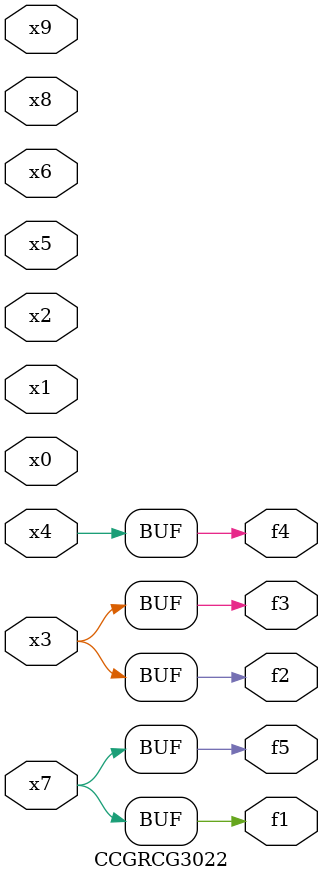
<source format=v>
module CCGRCG3022(
	input x0, x1, x2, x3, x4, x5, x6, x7, x8, x9,
	output f1, f2, f3, f4, f5
);
	assign f1 = x7;
	assign f2 = x3;
	assign f3 = x3;
	assign f4 = x4;
	assign f5 = x7;
endmodule

</source>
